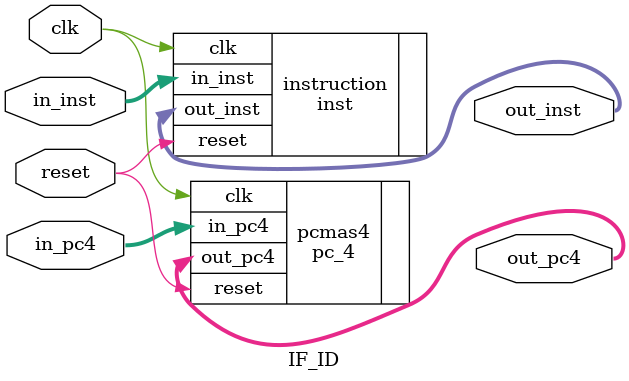
<source format=v>
`timescale 1ns / 1ps

module IF_ID(
    input wire [31:0] in_inst,
    input wire [31:0]in_pc4,
    input wire clk,
    input reset,
    
    output  [31:0] out_inst,
    output  [31:0] out_pc4
    );
    
    
inst instruction(
    .in_inst(in_inst),
    .reset(reset),
    .clk(clk),
    .out_inst(out_inst)
    );
    
pc_4 pcmas4(
    .in_pc4(in_pc4),
    .reset(reset),
    .clk(clk),
    .out_pc4(out_pc4)
    );
        
endmodule

</source>
